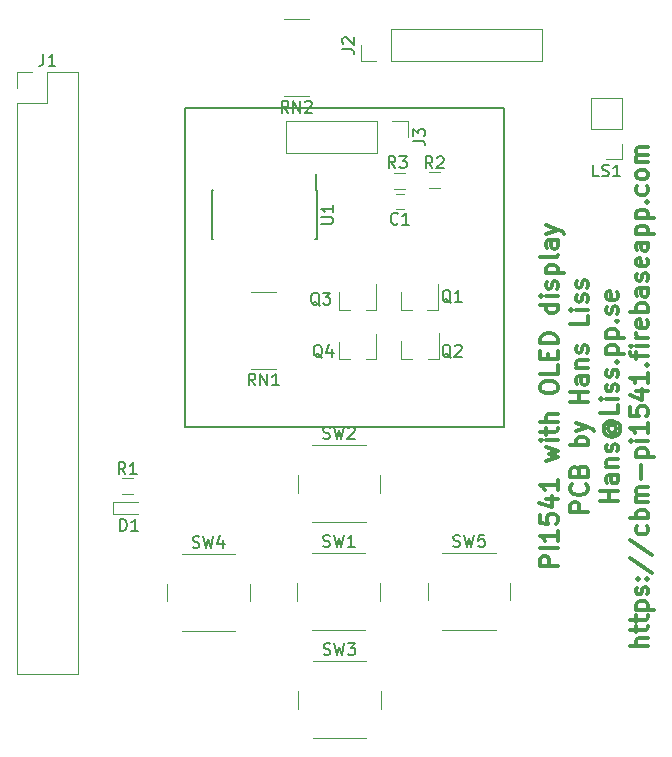
<source format=gbr>
G04 #@! TF.FileFunction,Legend,Top*
%FSLAX46Y46*%
G04 Gerber Fmt 4.6, Leading zero omitted, Abs format (unit mm)*
G04 Created by KiCad (PCBNEW 4.0.7) date 07/10/18 09:51:00*
%MOMM*%
%LPD*%
G01*
G04 APERTURE LIST*
%ADD10C,0.100000*%
%ADD11C,0.300000*%
%ADD12C,0.200000*%
%ADD13C,0.120000*%
%ADD14C,0.150000*%
G04 APERTURE END LIST*
D10*
D11*
X131537071Y-128771443D02*
X130037071Y-128771443D01*
X130037071Y-128200015D01*
X130108500Y-128057157D01*
X130179929Y-127985729D01*
X130322786Y-127914300D01*
X130537071Y-127914300D01*
X130679929Y-127985729D01*
X130751357Y-128057157D01*
X130822786Y-128200015D01*
X130822786Y-128771443D01*
X131537071Y-127271443D02*
X130037071Y-127271443D01*
X131537071Y-125771443D02*
X131537071Y-126628586D01*
X131537071Y-126200014D02*
X130037071Y-126200014D01*
X130251357Y-126342871D01*
X130394214Y-126485729D01*
X130465643Y-126628586D01*
X130037071Y-124414300D02*
X130037071Y-125128586D01*
X130751357Y-125200015D01*
X130679929Y-125128586D01*
X130608500Y-124985729D01*
X130608500Y-124628586D01*
X130679929Y-124485729D01*
X130751357Y-124414300D01*
X130894214Y-124342872D01*
X131251357Y-124342872D01*
X131394214Y-124414300D01*
X131465643Y-124485729D01*
X131537071Y-124628586D01*
X131537071Y-124985729D01*
X131465643Y-125128586D01*
X131394214Y-125200015D01*
X130537071Y-123057158D02*
X131537071Y-123057158D01*
X129965643Y-123414301D02*
X131037071Y-123771444D01*
X131037071Y-122842872D01*
X131537071Y-121485730D02*
X131537071Y-122342873D01*
X131537071Y-121914301D02*
X130037071Y-121914301D01*
X130251357Y-122057158D01*
X130394214Y-122200016D01*
X130465643Y-122342873D01*
X130537071Y-119842873D02*
X131537071Y-119557159D01*
X130822786Y-119271445D01*
X131537071Y-118985730D01*
X130537071Y-118700016D01*
X131537071Y-118128587D02*
X130537071Y-118128587D01*
X130037071Y-118128587D02*
X130108500Y-118200016D01*
X130179929Y-118128587D01*
X130108500Y-118057159D01*
X130037071Y-118128587D01*
X130179929Y-118128587D01*
X130537071Y-117628587D02*
X130537071Y-117057158D01*
X130037071Y-117414301D02*
X131322786Y-117414301D01*
X131465643Y-117342873D01*
X131537071Y-117200015D01*
X131537071Y-117057158D01*
X131537071Y-116557158D02*
X130037071Y-116557158D01*
X131537071Y-115914301D02*
X130751357Y-115914301D01*
X130608500Y-115985730D01*
X130537071Y-116128587D01*
X130537071Y-116342872D01*
X130608500Y-116485730D01*
X130679929Y-116557158D01*
X130037071Y-113771444D02*
X130037071Y-113485730D01*
X130108500Y-113342872D01*
X130251357Y-113200015D01*
X130537071Y-113128587D01*
X131037071Y-113128587D01*
X131322786Y-113200015D01*
X131465643Y-113342872D01*
X131537071Y-113485730D01*
X131537071Y-113771444D01*
X131465643Y-113914301D01*
X131322786Y-114057158D01*
X131037071Y-114128587D01*
X130537071Y-114128587D01*
X130251357Y-114057158D01*
X130108500Y-113914301D01*
X130037071Y-113771444D01*
X131537071Y-111771443D02*
X131537071Y-112485729D01*
X130037071Y-112485729D01*
X130751357Y-111271443D02*
X130751357Y-110771443D01*
X131537071Y-110557157D02*
X131537071Y-111271443D01*
X130037071Y-111271443D01*
X130037071Y-110557157D01*
X131537071Y-109914300D02*
X130037071Y-109914300D01*
X130037071Y-109557157D01*
X130108500Y-109342872D01*
X130251357Y-109200014D01*
X130394214Y-109128586D01*
X130679929Y-109057157D01*
X130894214Y-109057157D01*
X131179929Y-109128586D01*
X131322786Y-109200014D01*
X131465643Y-109342872D01*
X131537071Y-109557157D01*
X131537071Y-109914300D01*
X131537071Y-106628586D02*
X130037071Y-106628586D01*
X131465643Y-106628586D02*
X131537071Y-106771443D01*
X131537071Y-107057157D01*
X131465643Y-107200015D01*
X131394214Y-107271443D01*
X131251357Y-107342872D01*
X130822786Y-107342872D01*
X130679929Y-107271443D01*
X130608500Y-107200015D01*
X130537071Y-107057157D01*
X130537071Y-106771443D01*
X130608500Y-106628586D01*
X131537071Y-105914300D02*
X130537071Y-105914300D01*
X130037071Y-105914300D02*
X130108500Y-105985729D01*
X130179929Y-105914300D01*
X130108500Y-105842872D01*
X130037071Y-105914300D01*
X130179929Y-105914300D01*
X131465643Y-105271443D02*
X131537071Y-105128586D01*
X131537071Y-104842871D01*
X131465643Y-104700014D01*
X131322786Y-104628586D01*
X131251357Y-104628586D01*
X131108500Y-104700014D01*
X131037071Y-104842871D01*
X131037071Y-105057157D01*
X130965643Y-105200014D01*
X130822786Y-105271443D01*
X130751357Y-105271443D01*
X130608500Y-105200014D01*
X130537071Y-105057157D01*
X130537071Y-104842871D01*
X130608500Y-104700014D01*
X130537071Y-103985728D02*
X132037071Y-103985728D01*
X130608500Y-103985728D02*
X130537071Y-103842871D01*
X130537071Y-103557157D01*
X130608500Y-103414300D01*
X130679929Y-103342871D01*
X130822786Y-103271442D01*
X131251357Y-103271442D01*
X131394214Y-103342871D01*
X131465643Y-103414300D01*
X131537071Y-103557157D01*
X131537071Y-103842871D01*
X131465643Y-103985728D01*
X131537071Y-102414299D02*
X131465643Y-102557157D01*
X131322786Y-102628585D01*
X130037071Y-102628585D01*
X131537071Y-101200014D02*
X130751357Y-101200014D01*
X130608500Y-101271443D01*
X130537071Y-101414300D01*
X130537071Y-101700014D01*
X130608500Y-101842871D01*
X131465643Y-101200014D02*
X131537071Y-101342871D01*
X131537071Y-101700014D01*
X131465643Y-101842871D01*
X131322786Y-101914300D01*
X131179929Y-101914300D01*
X131037071Y-101842871D01*
X130965643Y-101700014D01*
X130965643Y-101342871D01*
X130894214Y-101200014D01*
X130537071Y-100628585D02*
X131537071Y-100271442D01*
X130537071Y-99914300D02*
X131537071Y-100271442D01*
X131894214Y-100414300D01*
X131965643Y-100485728D01*
X132037071Y-100628585D01*
X134087071Y-124200015D02*
X132587071Y-124200015D01*
X132587071Y-123628587D01*
X132658500Y-123485729D01*
X132729929Y-123414301D01*
X132872786Y-123342872D01*
X133087071Y-123342872D01*
X133229929Y-123414301D01*
X133301357Y-123485729D01*
X133372786Y-123628587D01*
X133372786Y-124200015D01*
X133944214Y-121842872D02*
X134015643Y-121914301D01*
X134087071Y-122128587D01*
X134087071Y-122271444D01*
X134015643Y-122485729D01*
X133872786Y-122628587D01*
X133729929Y-122700015D01*
X133444214Y-122771444D01*
X133229929Y-122771444D01*
X132944214Y-122700015D01*
X132801357Y-122628587D01*
X132658500Y-122485729D01*
X132587071Y-122271444D01*
X132587071Y-122128587D01*
X132658500Y-121914301D01*
X132729929Y-121842872D01*
X133301357Y-120700015D02*
X133372786Y-120485729D01*
X133444214Y-120414301D01*
X133587071Y-120342872D01*
X133801357Y-120342872D01*
X133944214Y-120414301D01*
X134015643Y-120485729D01*
X134087071Y-120628587D01*
X134087071Y-121200015D01*
X132587071Y-121200015D01*
X132587071Y-120700015D01*
X132658500Y-120557158D01*
X132729929Y-120485729D01*
X132872786Y-120414301D01*
X133015643Y-120414301D01*
X133158500Y-120485729D01*
X133229929Y-120557158D01*
X133301357Y-120700015D01*
X133301357Y-121200015D01*
X134087071Y-118557158D02*
X132587071Y-118557158D01*
X133158500Y-118557158D02*
X133087071Y-118414301D01*
X133087071Y-118128587D01*
X133158500Y-117985730D01*
X133229929Y-117914301D01*
X133372786Y-117842872D01*
X133801357Y-117842872D01*
X133944214Y-117914301D01*
X134015643Y-117985730D01*
X134087071Y-118128587D01*
X134087071Y-118414301D01*
X134015643Y-118557158D01*
X133087071Y-117342872D02*
X134087071Y-116985729D01*
X133087071Y-116628587D02*
X134087071Y-116985729D01*
X134444214Y-117128587D01*
X134515643Y-117200015D01*
X134587071Y-117342872D01*
X134087071Y-114914301D02*
X132587071Y-114914301D01*
X133301357Y-114914301D02*
X133301357Y-114057158D01*
X134087071Y-114057158D02*
X132587071Y-114057158D01*
X134087071Y-112700015D02*
X133301357Y-112700015D01*
X133158500Y-112771444D01*
X133087071Y-112914301D01*
X133087071Y-113200015D01*
X133158500Y-113342872D01*
X134015643Y-112700015D02*
X134087071Y-112842872D01*
X134087071Y-113200015D01*
X134015643Y-113342872D01*
X133872786Y-113414301D01*
X133729929Y-113414301D01*
X133587071Y-113342872D01*
X133515643Y-113200015D01*
X133515643Y-112842872D01*
X133444214Y-112700015D01*
X133087071Y-111985729D02*
X134087071Y-111985729D01*
X133229929Y-111985729D02*
X133158500Y-111914301D01*
X133087071Y-111771443D01*
X133087071Y-111557158D01*
X133158500Y-111414301D01*
X133301357Y-111342872D01*
X134087071Y-111342872D01*
X134015643Y-110700015D02*
X134087071Y-110557158D01*
X134087071Y-110271443D01*
X134015643Y-110128586D01*
X133872786Y-110057158D01*
X133801357Y-110057158D01*
X133658500Y-110128586D01*
X133587071Y-110271443D01*
X133587071Y-110485729D01*
X133515643Y-110628586D01*
X133372786Y-110700015D01*
X133301357Y-110700015D01*
X133158500Y-110628586D01*
X133087071Y-110485729D01*
X133087071Y-110271443D01*
X133158500Y-110128586D01*
X134087071Y-107557157D02*
X134087071Y-108271443D01*
X132587071Y-108271443D01*
X134087071Y-107057157D02*
X133087071Y-107057157D01*
X132587071Y-107057157D02*
X132658500Y-107128586D01*
X132729929Y-107057157D01*
X132658500Y-106985729D01*
X132587071Y-107057157D01*
X132729929Y-107057157D01*
X134015643Y-106414300D02*
X134087071Y-106271443D01*
X134087071Y-105985728D01*
X134015643Y-105842871D01*
X133872786Y-105771443D01*
X133801357Y-105771443D01*
X133658500Y-105842871D01*
X133587071Y-105985728D01*
X133587071Y-106200014D01*
X133515643Y-106342871D01*
X133372786Y-106414300D01*
X133301357Y-106414300D01*
X133158500Y-106342871D01*
X133087071Y-106200014D01*
X133087071Y-105985728D01*
X133158500Y-105842871D01*
X134015643Y-105200014D02*
X134087071Y-105057157D01*
X134087071Y-104771442D01*
X134015643Y-104628585D01*
X133872786Y-104557157D01*
X133801357Y-104557157D01*
X133658500Y-104628585D01*
X133587071Y-104771442D01*
X133587071Y-104985728D01*
X133515643Y-105128585D01*
X133372786Y-105200014D01*
X133301357Y-105200014D01*
X133158500Y-105128585D01*
X133087071Y-104985728D01*
X133087071Y-104771442D01*
X133158500Y-104628585D01*
X136637071Y-123271444D02*
X135137071Y-123271444D01*
X135851357Y-123271444D02*
X135851357Y-122414301D01*
X136637071Y-122414301D02*
X135137071Y-122414301D01*
X136637071Y-121057158D02*
X135851357Y-121057158D01*
X135708500Y-121128587D01*
X135637071Y-121271444D01*
X135637071Y-121557158D01*
X135708500Y-121700015D01*
X136565643Y-121057158D02*
X136637071Y-121200015D01*
X136637071Y-121557158D01*
X136565643Y-121700015D01*
X136422786Y-121771444D01*
X136279929Y-121771444D01*
X136137071Y-121700015D01*
X136065643Y-121557158D01*
X136065643Y-121200015D01*
X135994214Y-121057158D01*
X135637071Y-120342872D02*
X136637071Y-120342872D01*
X135779929Y-120342872D02*
X135708500Y-120271444D01*
X135637071Y-120128586D01*
X135637071Y-119914301D01*
X135708500Y-119771444D01*
X135851357Y-119700015D01*
X136637071Y-119700015D01*
X136565643Y-119057158D02*
X136637071Y-118914301D01*
X136637071Y-118628586D01*
X136565643Y-118485729D01*
X136422786Y-118414301D01*
X136351357Y-118414301D01*
X136208500Y-118485729D01*
X136137071Y-118628586D01*
X136137071Y-118842872D01*
X136065643Y-118985729D01*
X135922786Y-119057158D01*
X135851357Y-119057158D01*
X135708500Y-118985729D01*
X135637071Y-118842872D01*
X135637071Y-118628586D01*
X135708500Y-118485729D01*
X135922786Y-116842872D02*
X135851357Y-116914300D01*
X135779929Y-117057157D01*
X135779929Y-117200015D01*
X135851357Y-117342872D01*
X135922786Y-117414300D01*
X136065643Y-117485729D01*
X136208500Y-117485729D01*
X136351357Y-117414300D01*
X136422786Y-117342872D01*
X136494214Y-117200015D01*
X136494214Y-117057157D01*
X136422786Y-116914300D01*
X136351357Y-116842872D01*
X135779929Y-116842872D02*
X136351357Y-116842872D01*
X136422786Y-116771443D01*
X136422786Y-116700015D01*
X136351357Y-116557157D01*
X136208500Y-116485729D01*
X135851357Y-116485729D01*
X135637071Y-116628586D01*
X135494214Y-116842872D01*
X135422786Y-117128586D01*
X135494214Y-117414300D01*
X135637071Y-117628586D01*
X135851357Y-117771443D01*
X136137071Y-117842872D01*
X136422786Y-117771443D01*
X136637071Y-117628586D01*
X136779929Y-117414300D01*
X136851357Y-117128586D01*
X136779929Y-116842872D01*
X136637071Y-116628586D01*
X136637071Y-115128586D02*
X136637071Y-115842872D01*
X135137071Y-115842872D01*
X136637071Y-114628586D02*
X135637071Y-114628586D01*
X135137071Y-114628586D02*
X135208500Y-114700015D01*
X135279929Y-114628586D01*
X135208500Y-114557158D01*
X135137071Y-114628586D01*
X135279929Y-114628586D01*
X136565643Y-113985729D02*
X136637071Y-113842872D01*
X136637071Y-113557157D01*
X136565643Y-113414300D01*
X136422786Y-113342872D01*
X136351357Y-113342872D01*
X136208500Y-113414300D01*
X136137071Y-113557157D01*
X136137071Y-113771443D01*
X136065643Y-113914300D01*
X135922786Y-113985729D01*
X135851357Y-113985729D01*
X135708500Y-113914300D01*
X135637071Y-113771443D01*
X135637071Y-113557157D01*
X135708500Y-113414300D01*
X136565643Y-112771443D02*
X136637071Y-112628586D01*
X136637071Y-112342871D01*
X136565643Y-112200014D01*
X136422786Y-112128586D01*
X136351357Y-112128586D01*
X136208500Y-112200014D01*
X136137071Y-112342871D01*
X136137071Y-112557157D01*
X136065643Y-112700014D01*
X135922786Y-112771443D01*
X135851357Y-112771443D01*
X135708500Y-112700014D01*
X135637071Y-112557157D01*
X135637071Y-112342871D01*
X135708500Y-112200014D01*
X136494214Y-111485728D02*
X136565643Y-111414300D01*
X136637071Y-111485728D01*
X136565643Y-111557157D01*
X136494214Y-111485728D01*
X136637071Y-111485728D01*
X135637071Y-110771442D02*
X137137071Y-110771442D01*
X135708500Y-110771442D02*
X135637071Y-110628585D01*
X135637071Y-110342871D01*
X135708500Y-110200014D01*
X135779929Y-110128585D01*
X135922786Y-110057156D01*
X136351357Y-110057156D01*
X136494214Y-110128585D01*
X136565643Y-110200014D01*
X136637071Y-110342871D01*
X136637071Y-110628585D01*
X136565643Y-110771442D01*
X135637071Y-109414299D02*
X137137071Y-109414299D01*
X135708500Y-109414299D02*
X135637071Y-109271442D01*
X135637071Y-108985728D01*
X135708500Y-108842871D01*
X135779929Y-108771442D01*
X135922786Y-108700013D01*
X136351357Y-108700013D01*
X136494214Y-108771442D01*
X136565643Y-108842871D01*
X136637071Y-108985728D01*
X136637071Y-109271442D01*
X136565643Y-109414299D01*
X136494214Y-108057156D02*
X136565643Y-107985728D01*
X136637071Y-108057156D01*
X136565643Y-108128585D01*
X136494214Y-108057156D01*
X136637071Y-108057156D01*
X136565643Y-107414299D02*
X136637071Y-107271442D01*
X136637071Y-106985727D01*
X136565643Y-106842870D01*
X136422786Y-106771442D01*
X136351357Y-106771442D01*
X136208500Y-106842870D01*
X136137071Y-106985727D01*
X136137071Y-107200013D01*
X136065643Y-107342870D01*
X135922786Y-107414299D01*
X135851357Y-107414299D01*
X135708500Y-107342870D01*
X135637071Y-107200013D01*
X135637071Y-106985727D01*
X135708500Y-106842870D01*
X136565643Y-105557156D02*
X136637071Y-105700013D01*
X136637071Y-105985727D01*
X136565643Y-106128584D01*
X136422786Y-106200013D01*
X135851357Y-106200013D01*
X135708500Y-106128584D01*
X135637071Y-105985727D01*
X135637071Y-105700013D01*
X135708500Y-105557156D01*
X135851357Y-105485727D01*
X135994214Y-105485727D01*
X136137071Y-106200013D01*
X139187071Y-135521443D02*
X137687071Y-135521443D01*
X139187071Y-134878586D02*
X138401357Y-134878586D01*
X138258500Y-134950015D01*
X138187071Y-135092872D01*
X138187071Y-135307157D01*
X138258500Y-135450015D01*
X138329929Y-135521443D01*
X138187071Y-134378586D02*
X138187071Y-133807157D01*
X137687071Y-134164300D02*
X138972786Y-134164300D01*
X139115643Y-134092872D01*
X139187071Y-133950014D01*
X139187071Y-133807157D01*
X138187071Y-133521443D02*
X138187071Y-132950014D01*
X137687071Y-133307157D02*
X138972786Y-133307157D01*
X139115643Y-133235729D01*
X139187071Y-133092871D01*
X139187071Y-132950014D01*
X138187071Y-132450014D02*
X139687071Y-132450014D01*
X138258500Y-132450014D02*
X138187071Y-132307157D01*
X138187071Y-132021443D01*
X138258500Y-131878586D01*
X138329929Y-131807157D01*
X138472786Y-131735728D01*
X138901357Y-131735728D01*
X139044214Y-131807157D01*
X139115643Y-131878586D01*
X139187071Y-132021443D01*
X139187071Y-132307157D01*
X139115643Y-132450014D01*
X139115643Y-131164300D02*
X139187071Y-131021443D01*
X139187071Y-130735728D01*
X139115643Y-130592871D01*
X138972786Y-130521443D01*
X138901357Y-130521443D01*
X138758500Y-130592871D01*
X138687071Y-130735728D01*
X138687071Y-130950014D01*
X138615643Y-131092871D01*
X138472786Y-131164300D01*
X138401357Y-131164300D01*
X138258500Y-131092871D01*
X138187071Y-130950014D01*
X138187071Y-130735728D01*
X138258500Y-130592871D01*
X139044214Y-129878585D02*
X139115643Y-129807157D01*
X139187071Y-129878585D01*
X139115643Y-129950014D01*
X139044214Y-129878585D01*
X139187071Y-129878585D01*
X138258500Y-129878585D02*
X138329929Y-129807157D01*
X138401357Y-129878585D01*
X138329929Y-129950014D01*
X138258500Y-129878585D01*
X138401357Y-129878585D01*
X137615643Y-128092871D02*
X139544214Y-129378585D01*
X137615643Y-126521442D02*
X139544214Y-127807156D01*
X139115643Y-125378584D02*
X139187071Y-125521441D01*
X139187071Y-125807155D01*
X139115643Y-125950013D01*
X139044214Y-126021441D01*
X138901357Y-126092870D01*
X138472786Y-126092870D01*
X138329929Y-126021441D01*
X138258500Y-125950013D01*
X138187071Y-125807155D01*
X138187071Y-125521441D01*
X138258500Y-125378584D01*
X139187071Y-124735727D02*
X137687071Y-124735727D01*
X138258500Y-124735727D02*
X138187071Y-124592870D01*
X138187071Y-124307156D01*
X138258500Y-124164299D01*
X138329929Y-124092870D01*
X138472786Y-124021441D01*
X138901357Y-124021441D01*
X139044214Y-124092870D01*
X139115643Y-124164299D01*
X139187071Y-124307156D01*
X139187071Y-124592870D01*
X139115643Y-124735727D01*
X139187071Y-123378584D02*
X138187071Y-123378584D01*
X138329929Y-123378584D02*
X138258500Y-123307156D01*
X138187071Y-123164298D01*
X138187071Y-122950013D01*
X138258500Y-122807156D01*
X138401357Y-122735727D01*
X139187071Y-122735727D01*
X138401357Y-122735727D02*
X138258500Y-122664298D01*
X138187071Y-122521441D01*
X138187071Y-122307156D01*
X138258500Y-122164298D01*
X138401357Y-122092870D01*
X139187071Y-122092870D01*
X138615643Y-121378584D02*
X138615643Y-120235727D01*
X138187071Y-119521441D02*
X139687071Y-119521441D01*
X138258500Y-119521441D02*
X138187071Y-119378584D01*
X138187071Y-119092870D01*
X138258500Y-118950013D01*
X138329929Y-118878584D01*
X138472786Y-118807155D01*
X138901357Y-118807155D01*
X139044214Y-118878584D01*
X139115643Y-118950013D01*
X139187071Y-119092870D01*
X139187071Y-119378584D01*
X139115643Y-119521441D01*
X139187071Y-118164298D02*
X138187071Y-118164298D01*
X137687071Y-118164298D02*
X137758500Y-118235727D01*
X137829929Y-118164298D01*
X137758500Y-118092870D01*
X137687071Y-118164298D01*
X137829929Y-118164298D01*
X139187071Y-116664298D02*
X139187071Y-117521441D01*
X139187071Y-117092869D02*
X137687071Y-117092869D01*
X137901357Y-117235726D01*
X138044214Y-117378584D01*
X138115643Y-117521441D01*
X137687071Y-115307155D02*
X137687071Y-116021441D01*
X138401357Y-116092870D01*
X138329929Y-116021441D01*
X138258500Y-115878584D01*
X138258500Y-115521441D01*
X138329929Y-115378584D01*
X138401357Y-115307155D01*
X138544214Y-115235727D01*
X138901357Y-115235727D01*
X139044214Y-115307155D01*
X139115643Y-115378584D01*
X139187071Y-115521441D01*
X139187071Y-115878584D01*
X139115643Y-116021441D01*
X139044214Y-116092870D01*
X138187071Y-113950013D02*
X139187071Y-113950013D01*
X137615643Y-114307156D02*
X138687071Y-114664299D01*
X138687071Y-113735727D01*
X139187071Y-112378585D02*
X139187071Y-113235728D01*
X139187071Y-112807156D02*
X137687071Y-112807156D01*
X137901357Y-112950013D01*
X138044214Y-113092871D01*
X138115643Y-113235728D01*
X139044214Y-111735728D02*
X139115643Y-111664300D01*
X139187071Y-111735728D01*
X139115643Y-111807157D01*
X139044214Y-111735728D01*
X139187071Y-111735728D01*
X138187071Y-111235728D02*
X138187071Y-110664299D01*
X139187071Y-111021442D02*
X137901357Y-111021442D01*
X137758500Y-110950014D01*
X137687071Y-110807156D01*
X137687071Y-110664299D01*
X139187071Y-110164299D02*
X138187071Y-110164299D01*
X137687071Y-110164299D02*
X137758500Y-110235728D01*
X137829929Y-110164299D01*
X137758500Y-110092871D01*
X137687071Y-110164299D01*
X137829929Y-110164299D01*
X139187071Y-109450013D02*
X138187071Y-109450013D01*
X138472786Y-109450013D02*
X138329929Y-109378585D01*
X138258500Y-109307156D01*
X138187071Y-109164299D01*
X138187071Y-109021442D01*
X139115643Y-107950014D02*
X139187071Y-108092871D01*
X139187071Y-108378585D01*
X139115643Y-108521442D01*
X138972786Y-108592871D01*
X138401357Y-108592871D01*
X138258500Y-108521442D01*
X138187071Y-108378585D01*
X138187071Y-108092871D01*
X138258500Y-107950014D01*
X138401357Y-107878585D01*
X138544214Y-107878585D01*
X138687071Y-108592871D01*
X139187071Y-107235728D02*
X137687071Y-107235728D01*
X138258500Y-107235728D02*
X138187071Y-107092871D01*
X138187071Y-106807157D01*
X138258500Y-106664300D01*
X138329929Y-106592871D01*
X138472786Y-106521442D01*
X138901357Y-106521442D01*
X139044214Y-106592871D01*
X139115643Y-106664300D01*
X139187071Y-106807157D01*
X139187071Y-107092871D01*
X139115643Y-107235728D01*
X139187071Y-105235728D02*
X138401357Y-105235728D01*
X138258500Y-105307157D01*
X138187071Y-105450014D01*
X138187071Y-105735728D01*
X138258500Y-105878585D01*
X139115643Y-105235728D02*
X139187071Y-105378585D01*
X139187071Y-105735728D01*
X139115643Y-105878585D01*
X138972786Y-105950014D01*
X138829929Y-105950014D01*
X138687071Y-105878585D01*
X138615643Y-105735728D01*
X138615643Y-105378585D01*
X138544214Y-105235728D01*
X139115643Y-104592871D02*
X139187071Y-104450014D01*
X139187071Y-104164299D01*
X139115643Y-104021442D01*
X138972786Y-103950014D01*
X138901357Y-103950014D01*
X138758500Y-104021442D01*
X138687071Y-104164299D01*
X138687071Y-104378585D01*
X138615643Y-104521442D01*
X138472786Y-104592871D01*
X138401357Y-104592871D01*
X138258500Y-104521442D01*
X138187071Y-104378585D01*
X138187071Y-104164299D01*
X138258500Y-104021442D01*
X139115643Y-102735728D02*
X139187071Y-102878585D01*
X139187071Y-103164299D01*
X139115643Y-103307156D01*
X138972786Y-103378585D01*
X138401357Y-103378585D01*
X138258500Y-103307156D01*
X138187071Y-103164299D01*
X138187071Y-102878585D01*
X138258500Y-102735728D01*
X138401357Y-102664299D01*
X138544214Y-102664299D01*
X138687071Y-103378585D01*
X139187071Y-101378585D02*
X138401357Y-101378585D01*
X138258500Y-101450014D01*
X138187071Y-101592871D01*
X138187071Y-101878585D01*
X138258500Y-102021442D01*
X139115643Y-101378585D02*
X139187071Y-101521442D01*
X139187071Y-101878585D01*
X139115643Y-102021442D01*
X138972786Y-102092871D01*
X138829929Y-102092871D01*
X138687071Y-102021442D01*
X138615643Y-101878585D01*
X138615643Y-101521442D01*
X138544214Y-101378585D01*
X138187071Y-100664299D02*
X139687071Y-100664299D01*
X138258500Y-100664299D02*
X138187071Y-100521442D01*
X138187071Y-100235728D01*
X138258500Y-100092871D01*
X138329929Y-100021442D01*
X138472786Y-99950013D01*
X138901357Y-99950013D01*
X139044214Y-100021442D01*
X139115643Y-100092871D01*
X139187071Y-100235728D01*
X139187071Y-100521442D01*
X139115643Y-100664299D01*
X138187071Y-99307156D02*
X139687071Y-99307156D01*
X138258500Y-99307156D02*
X138187071Y-99164299D01*
X138187071Y-98878585D01*
X138258500Y-98735728D01*
X138329929Y-98664299D01*
X138472786Y-98592870D01*
X138901357Y-98592870D01*
X139044214Y-98664299D01*
X139115643Y-98735728D01*
X139187071Y-98878585D01*
X139187071Y-99164299D01*
X139115643Y-99307156D01*
X139044214Y-97950013D02*
X139115643Y-97878585D01*
X139187071Y-97950013D01*
X139115643Y-98021442D01*
X139044214Y-97950013D01*
X139187071Y-97950013D01*
X139115643Y-96592870D02*
X139187071Y-96735727D01*
X139187071Y-97021441D01*
X139115643Y-97164299D01*
X139044214Y-97235727D01*
X138901357Y-97307156D01*
X138472786Y-97307156D01*
X138329929Y-97235727D01*
X138258500Y-97164299D01*
X138187071Y-97021441D01*
X138187071Y-96735727D01*
X138258500Y-96592870D01*
X139187071Y-95735727D02*
X139115643Y-95878585D01*
X139044214Y-95950013D01*
X138901357Y-96021442D01*
X138472786Y-96021442D01*
X138329929Y-95950013D01*
X138258500Y-95878585D01*
X138187071Y-95735727D01*
X138187071Y-95521442D01*
X138258500Y-95378585D01*
X138329929Y-95307156D01*
X138472786Y-95235727D01*
X138901357Y-95235727D01*
X139044214Y-95307156D01*
X139115643Y-95378585D01*
X139187071Y-95521442D01*
X139187071Y-95735727D01*
X139187071Y-94592870D02*
X138187071Y-94592870D01*
X138329929Y-94592870D02*
X138258500Y-94521442D01*
X138187071Y-94378584D01*
X138187071Y-94164299D01*
X138258500Y-94021442D01*
X138401357Y-93950013D01*
X139187071Y-93950013D01*
X138401357Y-93950013D02*
X138258500Y-93878584D01*
X138187071Y-93735727D01*
X138187071Y-93521442D01*
X138258500Y-93378584D01*
X138401357Y-93307156D01*
X139187071Y-93307156D01*
D12*
X100000000Y-90000000D02*
X127000000Y-90000000D01*
X100000000Y-90000000D02*
X100000000Y-117000000D01*
X100000000Y-117000000D02*
X127000000Y-117000000D01*
X127000000Y-90000000D02*
X127000000Y-117000000D01*
D13*
X117815880Y-97301760D02*
X118515880Y-97301760D01*
X118515880Y-98501760D02*
X117815880Y-98501760D01*
X93919520Y-123330080D02*
X93919520Y-124330080D01*
X93919520Y-124330080D02*
X96019520Y-124330080D01*
X93919520Y-123330080D02*
X96019520Y-123330080D01*
X130204520Y-85988200D02*
X130204520Y-83328200D01*
X117444520Y-85988200D02*
X130204520Y-85988200D01*
X117444520Y-83328200D02*
X130204520Y-83328200D01*
X117444520Y-85988200D02*
X117444520Y-83328200D01*
X116174520Y-85988200D02*
X114844520Y-85988200D01*
X114844520Y-85988200D02*
X114844520Y-84658200D01*
X108565640Y-91095520D02*
X108565640Y-93755520D01*
X116245640Y-91095520D02*
X108565640Y-91095520D01*
X116245640Y-93755520D02*
X108565640Y-93755520D01*
X116245640Y-91095520D02*
X116245640Y-93755520D01*
X117515640Y-91095520D02*
X118845640Y-91095520D01*
X118845640Y-91095520D02*
X118845640Y-92425520D01*
X118229260Y-107061540D02*
X119159260Y-107061540D01*
X121389260Y-107061540D02*
X120459260Y-107061540D01*
X121389260Y-107061540D02*
X121389260Y-104901540D01*
X118229260Y-107061540D02*
X118229260Y-105601540D01*
X118285140Y-111196660D02*
X119215140Y-111196660D01*
X121445140Y-111196660D02*
X120515140Y-111196660D01*
X121445140Y-111196660D02*
X121445140Y-109036660D01*
X118285140Y-111196660D02*
X118285140Y-109736660D01*
X113032420Y-107061540D02*
X113962420Y-107061540D01*
X116192420Y-107061540D02*
X115262420Y-107061540D01*
X116192420Y-107061540D02*
X116192420Y-104901540D01*
X113032420Y-107061540D02*
X113032420Y-105601540D01*
X113032420Y-111252540D02*
X113962420Y-111252540D01*
X116192420Y-111252540D02*
X115262420Y-111252540D01*
X116192420Y-111252540D02*
X116192420Y-109092540D01*
X113032420Y-111252540D02*
X113032420Y-109792540D01*
X95607760Y-122666040D02*
X94607760Y-122666040D01*
X94607760Y-121306040D02*
X95607760Y-121306040D01*
X121599580Y-96765660D02*
X120599580Y-96765660D01*
X120599580Y-95405660D02*
X121599580Y-95405660D01*
X117637940Y-95461540D02*
X118637940Y-95461540D01*
X118637940Y-96821540D02*
X117637940Y-96821540D01*
X105571580Y-105546140D02*
X107671580Y-105546140D01*
X105571580Y-112086140D02*
X107671580Y-112086140D01*
X108363040Y-82449920D02*
X110463040Y-82449920D01*
X108363040Y-88989920D02*
X110463040Y-88989920D01*
X110753400Y-134189100D02*
X115253400Y-134189100D01*
X109503400Y-130189100D02*
X109503400Y-131689100D01*
X115253400Y-127689100D02*
X110753400Y-127689100D01*
X116503400Y-131689100D02*
X116503400Y-130189100D01*
X110768640Y-125045100D02*
X115268640Y-125045100D01*
X109518640Y-121045100D02*
X109518640Y-122545100D01*
X115268640Y-118545100D02*
X110768640Y-118545100D01*
X116518640Y-122545100D02*
X116518640Y-121045100D01*
X110796580Y-143345800D02*
X115296580Y-143345800D01*
X109546580Y-139345800D02*
X109546580Y-140845800D01*
X115296580Y-136845800D02*
X110796580Y-136845800D01*
X116546580Y-140845800D02*
X116546580Y-139345800D01*
X99704400Y-134265300D02*
X104204400Y-134265300D01*
X98454400Y-130265300D02*
X98454400Y-131765300D01*
X104204400Y-127765300D02*
X99704400Y-127765300D01*
X105454400Y-131765300D02*
X105454400Y-130265300D01*
X121777000Y-134181480D02*
X126277000Y-134181480D01*
X120527000Y-130181480D02*
X120527000Y-131681480D01*
X126277000Y-127681480D02*
X121777000Y-127681480D01*
X127527000Y-131681480D02*
X127527000Y-130181480D01*
D14*
X111130000Y-96959600D02*
X111105000Y-96959600D01*
X111130000Y-101109600D02*
X111015000Y-101109600D01*
X102230000Y-101109600D02*
X102345000Y-101109600D01*
X102230000Y-96959600D02*
X102345000Y-96959600D01*
X111130000Y-96959600D02*
X111130000Y-101109600D01*
X102230000Y-96959600D02*
X102230000Y-101109600D01*
X111105000Y-96959600D02*
X111105000Y-95584600D01*
D13*
X85731040Y-137880400D02*
X90931040Y-137880400D01*
X85731040Y-89560400D02*
X85731040Y-137880400D01*
X90931040Y-86960400D02*
X90931040Y-137880400D01*
X85731040Y-89560400D02*
X88331040Y-89560400D01*
X88331040Y-89560400D02*
X88331040Y-86960400D01*
X88331040Y-86960400D02*
X90931040Y-86960400D01*
X85731040Y-88290400D02*
X85731040Y-86960400D01*
X85731040Y-86960400D02*
X87061040Y-86960400D01*
X136991400Y-89119400D02*
X134331400Y-89119400D01*
X136991400Y-91719400D02*
X136991400Y-89119400D01*
X134331400Y-91719400D02*
X134331400Y-89119400D01*
X136991400Y-91719400D02*
X134331400Y-91719400D01*
X136991400Y-92989400D02*
X136991400Y-94319400D01*
X136991400Y-94319400D02*
X135661400Y-94319400D01*
D14*
X117999214Y-99758903D02*
X117951595Y-99806522D01*
X117808738Y-99854141D01*
X117713500Y-99854141D01*
X117570642Y-99806522D01*
X117475404Y-99711284D01*
X117427785Y-99616046D01*
X117380166Y-99425570D01*
X117380166Y-99282712D01*
X117427785Y-99092236D01*
X117475404Y-98996998D01*
X117570642Y-98901760D01*
X117713500Y-98854141D01*
X117808738Y-98854141D01*
X117951595Y-98901760D01*
X117999214Y-98949379D01*
X118951595Y-99854141D02*
X118380166Y-99854141D01*
X118665880Y-99854141D02*
X118665880Y-98854141D01*
X118570642Y-98996998D01*
X118475404Y-99092236D01*
X118380166Y-99139855D01*
X94481425Y-125791221D02*
X94481425Y-124791221D01*
X94719520Y-124791221D01*
X94862378Y-124838840D01*
X94957616Y-124934078D01*
X95005235Y-125029316D01*
X95052854Y-125219792D01*
X95052854Y-125362650D01*
X95005235Y-125553126D01*
X94957616Y-125648364D01*
X94862378Y-125743602D01*
X94719520Y-125791221D01*
X94481425Y-125791221D01*
X96005235Y-125791221D02*
X95433806Y-125791221D01*
X95719520Y-125791221D02*
X95719520Y-124791221D01*
X95624282Y-124934078D01*
X95529044Y-125029316D01*
X95433806Y-125076935D01*
X113296901Y-84991533D02*
X114011187Y-84991533D01*
X114154044Y-85039153D01*
X114249282Y-85134391D01*
X114296901Y-85277248D01*
X114296901Y-85372486D01*
X113392139Y-84562962D02*
X113344520Y-84515343D01*
X113296901Y-84420105D01*
X113296901Y-84182009D01*
X113344520Y-84086771D01*
X113392139Y-84039152D01*
X113487377Y-83991533D01*
X113582615Y-83991533D01*
X113725472Y-84039152D01*
X114296901Y-84610581D01*
X114296901Y-83991533D01*
X119298021Y-92758853D02*
X120012307Y-92758853D01*
X120155164Y-92806473D01*
X120250402Y-92901711D01*
X120298021Y-93044568D01*
X120298021Y-93139806D01*
X119298021Y-92377901D02*
X119298021Y-91758853D01*
X119678973Y-92092187D01*
X119678973Y-91949329D01*
X119726592Y-91854091D01*
X119774211Y-91806472D01*
X119869450Y-91758853D01*
X120107545Y-91758853D01*
X120202783Y-91806472D01*
X120250402Y-91854091D01*
X120298021Y-91949329D01*
X120298021Y-92235044D01*
X120250402Y-92330282D01*
X120202783Y-92377901D01*
X122505482Y-106496099D02*
X122410244Y-106448480D01*
X122315006Y-106353242D01*
X122172149Y-106210385D01*
X122076910Y-106162766D01*
X121981672Y-106162766D01*
X122029291Y-106400861D02*
X121934053Y-106353242D01*
X121838815Y-106258004D01*
X121791196Y-106067528D01*
X121791196Y-105734194D01*
X121838815Y-105543718D01*
X121934053Y-105448480D01*
X122029291Y-105400861D01*
X122219768Y-105400861D01*
X122315006Y-105448480D01*
X122410244Y-105543718D01*
X122457863Y-105734194D01*
X122457863Y-106067528D01*
X122410244Y-106258004D01*
X122315006Y-106353242D01*
X122219768Y-106400861D01*
X122029291Y-106400861D01*
X123410244Y-106400861D02*
X122838815Y-106400861D01*
X123124529Y-106400861D02*
X123124529Y-105400861D01*
X123029291Y-105543718D01*
X122934053Y-105638956D01*
X122838815Y-105686575D01*
X122505482Y-111134139D02*
X122410244Y-111086520D01*
X122315006Y-110991282D01*
X122172149Y-110848425D01*
X122076910Y-110800806D01*
X121981672Y-110800806D01*
X122029291Y-111038901D02*
X121934053Y-110991282D01*
X121838815Y-110896044D01*
X121791196Y-110705568D01*
X121791196Y-110372234D01*
X121838815Y-110181758D01*
X121934053Y-110086520D01*
X122029291Y-110038901D01*
X122219768Y-110038901D01*
X122315006Y-110086520D01*
X122410244Y-110181758D01*
X122457863Y-110372234D01*
X122457863Y-110705568D01*
X122410244Y-110896044D01*
X122315006Y-110991282D01*
X122219768Y-111038901D01*
X122029291Y-111038901D01*
X122838815Y-110134139D02*
X122886434Y-110086520D01*
X122981672Y-110038901D01*
X123219768Y-110038901D01*
X123315006Y-110086520D01*
X123362625Y-110134139D01*
X123410244Y-110229377D01*
X123410244Y-110324615D01*
X123362625Y-110467472D01*
X122791196Y-111038901D01*
X123410244Y-111038901D01*
X111385362Y-106719619D02*
X111290124Y-106672000D01*
X111194886Y-106576762D01*
X111052029Y-106433905D01*
X110956790Y-106386286D01*
X110861552Y-106386286D01*
X110909171Y-106624381D02*
X110813933Y-106576762D01*
X110718695Y-106481524D01*
X110671076Y-106291048D01*
X110671076Y-105957714D01*
X110718695Y-105767238D01*
X110813933Y-105672000D01*
X110909171Y-105624381D01*
X111099648Y-105624381D01*
X111194886Y-105672000D01*
X111290124Y-105767238D01*
X111337743Y-105957714D01*
X111337743Y-106291048D01*
X111290124Y-106481524D01*
X111194886Y-106576762D01*
X111099648Y-106624381D01*
X110909171Y-106624381D01*
X111671076Y-105624381D02*
X112290124Y-105624381D01*
X111956790Y-106005333D01*
X112099648Y-106005333D01*
X112194886Y-106052952D01*
X112242505Y-106100571D01*
X112290124Y-106195810D01*
X112290124Y-106433905D01*
X112242505Y-106529143D01*
X112194886Y-106576762D01*
X112099648Y-106624381D01*
X111813933Y-106624381D01*
X111718695Y-106576762D01*
X111671076Y-106529143D01*
X111608882Y-111134139D02*
X111513644Y-111086520D01*
X111418406Y-110991282D01*
X111275549Y-110848425D01*
X111180310Y-110800806D01*
X111085072Y-110800806D01*
X111132691Y-111038901D02*
X111037453Y-110991282D01*
X110942215Y-110896044D01*
X110894596Y-110705568D01*
X110894596Y-110372234D01*
X110942215Y-110181758D01*
X111037453Y-110086520D01*
X111132691Y-110038901D01*
X111323168Y-110038901D01*
X111418406Y-110086520D01*
X111513644Y-110181758D01*
X111561263Y-110372234D01*
X111561263Y-110705568D01*
X111513644Y-110896044D01*
X111418406Y-110991282D01*
X111323168Y-111038901D01*
X111132691Y-111038901D01*
X112418406Y-110372234D02*
X112418406Y-111038901D01*
X112180310Y-109991282D02*
X111942215Y-110705568D01*
X112561263Y-110705568D01*
X94941094Y-120988421D02*
X94607760Y-120512230D01*
X94369665Y-120988421D02*
X94369665Y-119988421D01*
X94750618Y-119988421D01*
X94845856Y-120036040D01*
X94893475Y-120083659D01*
X94941094Y-120178897D01*
X94941094Y-120321754D01*
X94893475Y-120416992D01*
X94845856Y-120464611D01*
X94750618Y-120512230D01*
X94369665Y-120512230D01*
X95893475Y-120988421D02*
X95322046Y-120988421D01*
X95607760Y-120988421D02*
X95607760Y-119988421D01*
X95512522Y-120131278D01*
X95417284Y-120226516D01*
X95322046Y-120274135D01*
X120932914Y-95088041D02*
X120599580Y-94611850D01*
X120361485Y-95088041D02*
X120361485Y-94088041D01*
X120742438Y-94088041D01*
X120837676Y-94135660D01*
X120885295Y-94183279D01*
X120932914Y-94278517D01*
X120932914Y-94421374D01*
X120885295Y-94516612D01*
X120837676Y-94564231D01*
X120742438Y-94611850D01*
X120361485Y-94611850D01*
X121313866Y-94183279D02*
X121361485Y-94135660D01*
X121456723Y-94088041D01*
X121694819Y-94088041D01*
X121790057Y-94135660D01*
X121837676Y-94183279D01*
X121885295Y-94278517D01*
X121885295Y-94373755D01*
X121837676Y-94516612D01*
X121266247Y-95088041D01*
X121885295Y-95088041D01*
X117796014Y-95057221D02*
X117462680Y-94581030D01*
X117224585Y-95057221D02*
X117224585Y-94057221D01*
X117605538Y-94057221D01*
X117700776Y-94104840D01*
X117748395Y-94152459D01*
X117796014Y-94247697D01*
X117796014Y-94390554D01*
X117748395Y-94485792D01*
X117700776Y-94533411D01*
X117605538Y-94581030D01*
X117224585Y-94581030D01*
X118129347Y-94057221D02*
X118748395Y-94057221D01*
X118415061Y-94438173D01*
X118557919Y-94438173D01*
X118653157Y-94485792D01*
X118700776Y-94533411D01*
X118748395Y-94628650D01*
X118748395Y-94866745D01*
X118700776Y-94961983D01*
X118653157Y-95009602D01*
X118557919Y-95057221D01*
X118272204Y-95057221D01*
X118176966Y-95009602D01*
X118129347Y-94961983D01*
X105931104Y-113468521D02*
X105597770Y-112992330D01*
X105359675Y-113468521D02*
X105359675Y-112468521D01*
X105740628Y-112468521D01*
X105835866Y-112516140D01*
X105883485Y-112563759D01*
X105931104Y-112658997D01*
X105931104Y-112801854D01*
X105883485Y-112897092D01*
X105835866Y-112944711D01*
X105740628Y-112992330D01*
X105359675Y-112992330D01*
X106359675Y-113468521D02*
X106359675Y-112468521D01*
X106931104Y-113468521D01*
X106931104Y-112468521D01*
X107931104Y-113468521D02*
X107359675Y-113468521D01*
X107645389Y-113468521D02*
X107645389Y-112468521D01*
X107550151Y-112611378D01*
X107454913Y-112706616D01*
X107359675Y-112754235D01*
X108722564Y-90372301D02*
X108389230Y-89896110D01*
X108151135Y-90372301D02*
X108151135Y-89372301D01*
X108532088Y-89372301D01*
X108627326Y-89419920D01*
X108674945Y-89467539D01*
X108722564Y-89562777D01*
X108722564Y-89705634D01*
X108674945Y-89800872D01*
X108627326Y-89848491D01*
X108532088Y-89896110D01*
X108151135Y-89896110D01*
X109151135Y-90372301D02*
X109151135Y-89372301D01*
X109722564Y-90372301D01*
X109722564Y-89372301D01*
X110151135Y-89467539D02*
X110198754Y-89419920D01*
X110293992Y-89372301D01*
X110532088Y-89372301D01*
X110627326Y-89419920D01*
X110674945Y-89467539D01*
X110722564Y-89562777D01*
X110722564Y-89658015D01*
X110674945Y-89800872D01*
X110103516Y-90372301D01*
X110722564Y-90372301D01*
X111670067Y-127093862D02*
X111812924Y-127141481D01*
X112051020Y-127141481D01*
X112146258Y-127093862D01*
X112193877Y-127046243D01*
X112241496Y-126951005D01*
X112241496Y-126855767D01*
X112193877Y-126760529D01*
X112146258Y-126712910D01*
X112051020Y-126665290D01*
X111860543Y-126617671D01*
X111765305Y-126570052D01*
X111717686Y-126522433D01*
X111670067Y-126427195D01*
X111670067Y-126331957D01*
X111717686Y-126236719D01*
X111765305Y-126189100D01*
X111860543Y-126141481D01*
X112098639Y-126141481D01*
X112241496Y-126189100D01*
X112574829Y-126141481D02*
X112812924Y-127141481D01*
X113003401Y-126427195D01*
X113193877Y-127141481D01*
X113431972Y-126141481D01*
X114336734Y-127141481D02*
X113765305Y-127141481D01*
X114051019Y-127141481D02*
X114051019Y-126141481D01*
X113955781Y-126284338D01*
X113860543Y-126379576D01*
X113765305Y-126427195D01*
X111685307Y-117949862D02*
X111828164Y-117997481D01*
X112066260Y-117997481D01*
X112161498Y-117949862D01*
X112209117Y-117902243D01*
X112256736Y-117807005D01*
X112256736Y-117711767D01*
X112209117Y-117616529D01*
X112161498Y-117568910D01*
X112066260Y-117521290D01*
X111875783Y-117473671D01*
X111780545Y-117426052D01*
X111732926Y-117378433D01*
X111685307Y-117283195D01*
X111685307Y-117187957D01*
X111732926Y-117092719D01*
X111780545Y-117045100D01*
X111875783Y-116997481D01*
X112113879Y-116997481D01*
X112256736Y-117045100D01*
X112590069Y-116997481D02*
X112828164Y-117997481D01*
X113018641Y-117283195D01*
X113209117Y-117997481D01*
X113447212Y-116997481D01*
X113780545Y-117092719D02*
X113828164Y-117045100D01*
X113923402Y-116997481D01*
X114161498Y-116997481D01*
X114256736Y-117045100D01*
X114304355Y-117092719D01*
X114351974Y-117187957D01*
X114351974Y-117283195D01*
X114304355Y-117426052D01*
X113732926Y-117997481D01*
X114351974Y-117997481D01*
X111713247Y-136250562D02*
X111856104Y-136298181D01*
X112094200Y-136298181D01*
X112189438Y-136250562D01*
X112237057Y-136202943D01*
X112284676Y-136107705D01*
X112284676Y-136012467D01*
X112237057Y-135917229D01*
X112189438Y-135869610D01*
X112094200Y-135821990D01*
X111903723Y-135774371D01*
X111808485Y-135726752D01*
X111760866Y-135679133D01*
X111713247Y-135583895D01*
X111713247Y-135488657D01*
X111760866Y-135393419D01*
X111808485Y-135345800D01*
X111903723Y-135298181D01*
X112141819Y-135298181D01*
X112284676Y-135345800D01*
X112618009Y-135298181D02*
X112856104Y-136298181D01*
X113046581Y-135583895D01*
X113237057Y-136298181D01*
X113475152Y-135298181D01*
X113760866Y-135298181D02*
X114379914Y-135298181D01*
X114046580Y-135679133D01*
X114189438Y-135679133D01*
X114284676Y-135726752D01*
X114332295Y-135774371D01*
X114379914Y-135869610D01*
X114379914Y-136107705D01*
X114332295Y-136202943D01*
X114284676Y-136250562D01*
X114189438Y-136298181D01*
X113903723Y-136298181D01*
X113808485Y-136250562D01*
X113760866Y-136202943D01*
X100621067Y-127170062D02*
X100763924Y-127217681D01*
X101002020Y-127217681D01*
X101097258Y-127170062D01*
X101144877Y-127122443D01*
X101192496Y-127027205D01*
X101192496Y-126931967D01*
X101144877Y-126836729D01*
X101097258Y-126789110D01*
X101002020Y-126741490D01*
X100811543Y-126693871D01*
X100716305Y-126646252D01*
X100668686Y-126598633D01*
X100621067Y-126503395D01*
X100621067Y-126408157D01*
X100668686Y-126312919D01*
X100716305Y-126265300D01*
X100811543Y-126217681D01*
X101049639Y-126217681D01*
X101192496Y-126265300D01*
X101525829Y-126217681D02*
X101763924Y-127217681D01*
X101954401Y-126503395D01*
X102144877Y-127217681D01*
X102382972Y-126217681D01*
X103192496Y-126551014D02*
X103192496Y-127217681D01*
X102954400Y-126170062D02*
X102716305Y-126884348D01*
X103335353Y-126884348D01*
X122693667Y-127086242D02*
X122836524Y-127133861D01*
X123074620Y-127133861D01*
X123169858Y-127086242D01*
X123217477Y-127038623D01*
X123265096Y-126943385D01*
X123265096Y-126848147D01*
X123217477Y-126752909D01*
X123169858Y-126705290D01*
X123074620Y-126657670D01*
X122884143Y-126610051D01*
X122788905Y-126562432D01*
X122741286Y-126514813D01*
X122693667Y-126419575D01*
X122693667Y-126324337D01*
X122741286Y-126229099D01*
X122788905Y-126181480D01*
X122884143Y-126133861D01*
X123122239Y-126133861D01*
X123265096Y-126181480D01*
X123598429Y-126133861D02*
X123836524Y-127133861D01*
X124027001Y-126419575D01*
X124217477Y-127133861D01*
X124455572Y-126133861D01*
X125312715Y-126133861D02*
X124836524Y-126133861D01*
X124788905Y-126610051D01*
X124836524Y-126562432D01*
X124931762Y-126514813D01*
X125169858Y-126514813D01*
X125265096Y-126562432D01*
X125312715Y-126610051D01*
X125360334Y-126705290D01*
X125360334Y-126943385D01*
X125312715Y-127038623D01*
X125265096Y-127086242D01*
X125169858Y-127133861D01*
X124931762Y-127133861D01*
X124836524Y-127086242D01*
X124788905Y-127038623D01*
X111507381Y-99796505D02*
X112316905Y-99796505D01*
X112412143Y-99748886D01*
X112459762Y-99701267D01*
X112507381Y-99606029D01*
X112507381Y-99415552D01*
X112459762Y-99320314D01*
X112412143Y-99272695D01*
X112316905Y-99225076D01*
X111507381Y-99225076D01*
X112507381Y-98225076D02*
X112507381Y-98796505D01*
X112507381Y-98510791D02*
X111507381Y-98510791D01*
X111650238Y-98606029D01*
X111745476Y-98701267D01*
X111793095Y-98796505D01*
X87997707Y-85412781D02*
X87997707Y-86127067D01*
X87950087Y-86269924D01*
X87854849Y-86365162D01*
X87711992Y-86412781D01*
X87616754Y-86412781D01*
X88997707Y-86412781D02*
X88426278Y-86412781D01*
X88711992Y-86412781D02*
X88711992Y-85412781D01*
X88616754Y-85555638D01*
X88521516Y-85650876D01*
X88426278Y-85698495D01*
X135018543Y-95771781D02*
X134542352Y-95771781D01*
X134542352Y-94771781D01*
X135304257Y-95724162D02*
X135447114Y-95771781D01*
X135685210Y-95771781D01*
X135780448Y-95724162D01*
X135828067Y-95676543D01*
X135875686Y-95581305D01*
X135875686Y-95486067D01*
X135828067Y-95390829D01*
X135780448Y-95343210D01*
X135685210Y-95295590D01*
X135494733Y-95247971D01*
X135399495Y-95200352D01*
X135351876Y-95152733D01*
X135304257Y-95057495D01*
X135304257Y-94962257D01*
X135351876Y-94867019D01*
X135399495Y-94819400D01*
X135494733Y-94771781D01*
X135732829Y-94771781D01*
X135875686Y-94819400D01*
X136828067Y-95771781D02*
X136256638Y-95771781D01*
X136542352Y-95771781D02*
X136542352Y-94771781D01*
X136447114Y-94914638D01*
X136351876Y-95009876D01*
X136256638Y-95057495D01*
M02*

</source>
